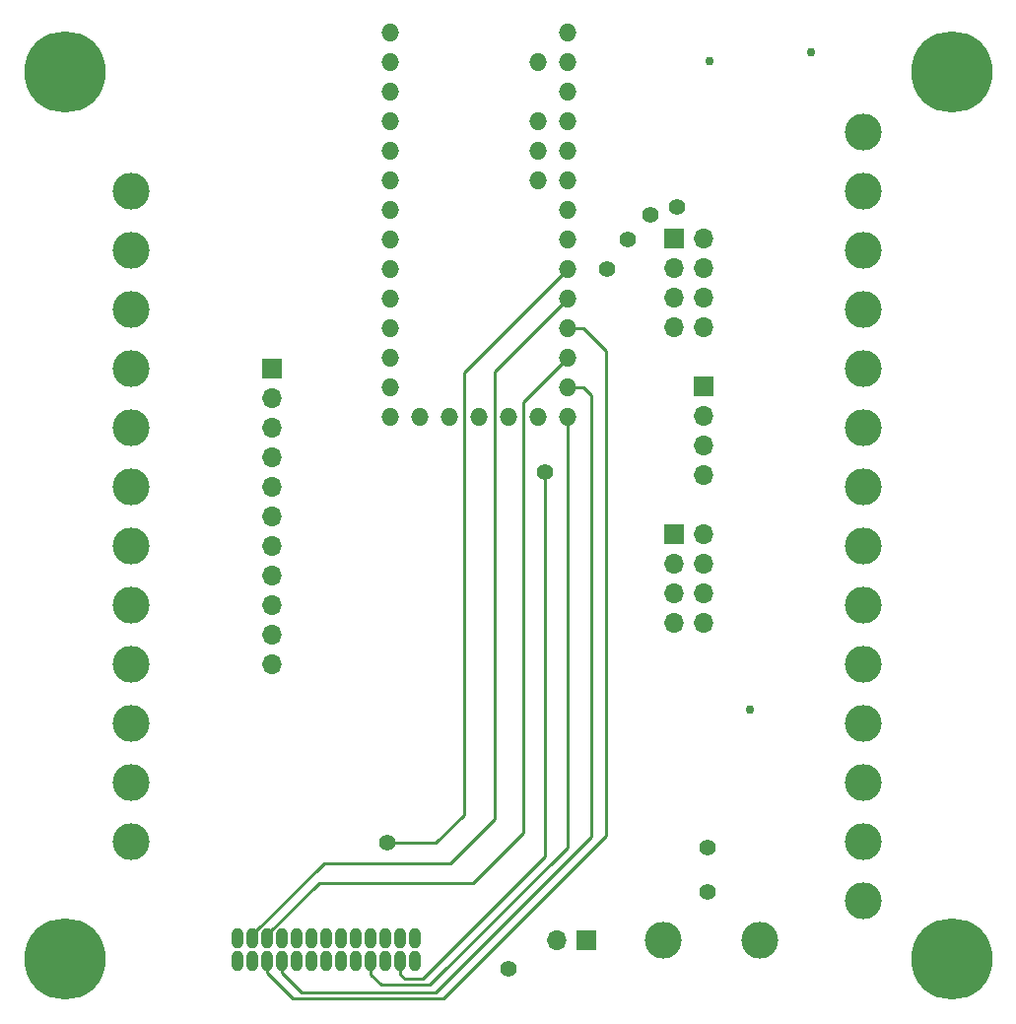
<source format=gbr>
G04 #@! TF.GenerationSoftware,KiCad,Pcbnew,(6.0.0)*
G04 #@! TF.CreationDate,2022-05-03T12:42:37-07:00*
G04 #@! TF.ProjectId,Teensy-Breakout-v3,5465656e-7379-42d4-9272-65616b6f7574,rev?*
G04 #@! TF.SameCoordinates,Original*
G04 #@! TF.FileFunction,Copper,L3,Inr*
G04 #@! TF.FilePolarity,Positive*
%FSLAX46Y46*%
G04 Gerber Fmt 4.6, Leading zero omitted, Abs format (unit mm)*
G04 Created by KiCad (PCBNEW (6.0.0)) date 2022-05-03 12:42:37*
%MOMM*%
%LPD*%
G01*
G04 APERTURE LIST*
G04 #@! TA.AperFunction,ComponentPad*
%ADD10C,3.175000*%
G04 #@! TD*
G04 #@! TA.AperFunction,ComponentPad*
%ADD11O,1.016000X1.778000*%
G04 #@! TD*
G04 #@! TA.AperFunction,ComponentPad*
%ADD12C,6.985000*%
G04 #@! TD*
G04 #@! TA.AperFunction,ComponentPad*
%ADD13O,1.524000X1.524000*%
G04 #@! TD*
G04 #@! TA.AperFunction,ComponentPad*
%ADD14O,1.700000X1.700000*%
G04 #@! TD*
G04 #@! TA.AperFunction,ComponentPad*
%ADD15R,1.700000X1.700000*%
G04 #@! TD*
G04 #@! TA.AperFunction,ViaPad*
%ADD16C,1.397000*%
G04 #@! TD*
G04 #@! TA.AperFunction,ViaPad*
%ADD17C,0.762000*%
G04 #@! TD*
G04 #@! TA.AperFunction,Conductor*
%ADD18C,0.254000*%
G04 #@! TD*
G04 APERTURE END LIST*
D10*
X151765000Y-123888500D03*
X151765000Y-83248500D03*
D11*
X98044000Y-139230100D03*
X98044000Y-137248900D03*
X99314000Y-139230100D03*
X99314000Y-137248900D03*
X100584000Y-139230100D03*
X100584000Y-137248900D03*
X101854000Y-139230100D03*
X101854000Y-137248900D03*
X103124000Y-139230100D03*
X103124000Y-137248900D03*
X104394000Y-139230100D03*
X104394000Y-137248900D03*
X105664000Y-139230100D03*
X105664000Y-137248900D03*
X106934000Y-139230100D03*
X106934000Y-137248900D03*
X108204000Y-139230100D03*
X108204000Y-137248900D03*
X109474000Y-139230100D03*
X109474000Y-137248900D03*
X110744000Y-139230100D03*
X110744000Y-137248900D03*
X112014000Y-139230100D03*
X112014000Y-137248900D03*
X113284000Y-139230100D03*
X113284000Y-137248900D03*
D12*
X83185000Y-139065000D03*
D10*
X134620000Y-137477500D03*
X142875000Y-137477500D03*
D13*
X123825000Y-72199500D03*
X123825000Y-69659500D03*
X123825000Y-67119500D03*
X123825000Y-62039500D03*
X126365000Y-59499500D03*
X126365000Y-62039500D03*
X126365000Y-64579500D03*
X126365000Y-67119500D03*
X126365000Y-69659500D03*
X126365000Y-72199500D03*
X126365000Y-74739500D03*
X126365000Y-77279500D03*
X126365000Y-79819500D03*
X126365000Y-82359500D03*
X126365000Y-84899500D03*
X126365000Y-87439500D03*
X126365000Y-89979500D03*
X126365000Y-92519500D03*
X123825000Y-92519500D03*
X121285000Y-92519500D03*
X118745000Y-92519500D03*
X116205000Y-92519500D03*
X113665000Y-92519500D03*
X111125000Y-92519500D03*
X111125000Y-89979500D03*
X111125000Y-87439500D03*
X111125000Y-84899500D03*
X111125000Y-82359500D03*
X111125000Y-79819500D03*
X111125000Y-77279500D03*
X111125000Y-74739500D03*
X111125000Y-72199500D03*
X111125000Y-69659500D03*
X111125000Y-67119500D03*
X111125000Y-64579500D03*
X111125000Y-62039500D03*
X111125000Y-59499500D03*
D10*
X151765000Y-113728500D03*
X151765000Y-108648500D03*
X151765000Y-103568500D03*
X151765000Y-98488500D03*
X151765000Y-93408500D03*
X151765000Y-88328500D03*
X151765000Y-118808500D03*
X88900000Y-123888500D03*
X88900000Y-118808500D03*
X88900000Y-113728500D03*
X88900000Y-108648500D03*
X88900000Y-103568500D03*
X88900000Y-98488500D03*
X88900000Y-93408500D03*
X88900000Y-88328500D03*
X88900000Y-83248500D03*
X88900000Y-78168500D03*
X88900000Y-128968500D03*
X151765000Y-68008500D03*
X88900000Y-73088500D03*
X151765000Y-78168500D03*
X151765000Y-73088500D03*
D12*
X83185000Y-62865000D03*
X159385000Y-139065000D03*
X159385000Y-62865000D03*
D10*
X151765000Y-134048500D03*
X151765000Y-128968500D03*
D14*
X138049000Y-84772500D03*
X135509000Y-84772500D03*
X138049000Y-82232500D03*
X135509000Y-82232500D03*
X138049000Y-79692500D03*
X135509000Y-79692500D03*
X138049000Y-77152500D03*
D15*
X135509000Y-77152500D03*
X135509000Y-102552500D03*
D14*
X138049000Y-102552500D03*
X135509000Y-105092500D03*
X138049000Y-105092500D03*
X135509000Y-107632500D03*
X138049000Y-107632500D03*
X135509000Y-110172500D03*
X138049000Y-110172500D03*
D15*
X138049000Y-89852500D03*
D14*
X138049000Y-92392500D03*
X138049000Y-94932500D03*
X138049000Y-97472500D03*
D15*
X100965000Y-88328500D03*
D14*
X100965000Y-90868500D03*
X100965000Y-93408500D03*
X100965000Y-95948500D03*
X100965000Y-98488500D03*
X100965000Y-101028500D03*
X100965000Y-103568500D03*
X100965000Y-106108500D03*
X100965000Y-108648500D03*
X100965000Y-111188500D03*
X100965000Y-113728500D03*
D15*
X128016000Y-137477500D03*
D14*
X125476000Y-137477500D03*
D16*
X110871000Y-129095500D03*
X121285000Y-139890500D03*
X138430000Y-133286500D03*
D17*
X142011400Y-117665500D03*
D16*
X138430000Y-129476500D03*
D17*
X138557000Y-61912500D03*
X147320000Y-61150500D03*
D16*
X135763000Y-74485500D03*
X131572000Y-77279500D03*
X124460000Y-97218500D03*
X129794000Y-79819500D03*
X133477000Y-75120500D03*
D18*
X105429607Y-130873500D02*
X99314000Y-136989107D01*
X99314000Y-136989107D02*
X99314000Y-137604500D01*
X120142000Y-127063500D02*
X116332000Y-130873500D01*
X126365000Y-82359500D02*
X120142000Y-88582500D01*
X120142000Y-88582500D02*
X120142000Y-127063500D01*
X116332000Y-130873500D02*
X105429607Y-130873500D01*
X117475000Y-88709500D02*
X126365000Y-79819500D01*
X117475000Y-126682500D02*
X117475000Y-88709500D01*
X115062000Y-129095500D02*
X117475000Y-126682500D01*
X110871000Y-129095500D02*
X115062000Y-129095500D01*
X113937000Y-140779500D02*
X113828000Y-140779500D01*
X124460000Y-130256500D02*
X113937000Y-140779500D01*
X124460000Y-97218500D02*
X124460000Y-130256500D01*
X129667000Y-86804500D02*
X129667000Y-128460500D01*
X115697000Y-142430500D02*
X115316000Y-142430500D01*
X127762000Y-84899500D02*
X129667000Y-86804500D01*
X129667000Y-128460500D02*
X115697000Y-142430500D01*
X126365000Y-84899500D02*
X127762000Y-84899500D01*
X127762000Y-89979500D02*
X126365000Y-89979500D01*
X128397000Y-90614500D02*
X127762000Y-89979500D01*
X114554000Y-141922500D02*
X115062000Y-141922500D01*
X115062000Y-141922500D02*
X128397000Y-128587500D01*
X128397000Y-128587500D02*
X128397000Y-90614500D01*
X126365000Y-129476500D02*
X126365000Y-92519500D01*
X114554000Y-141287500D02*
X126365000Y-129476500D01*
X113895000Y-141287500D02*
X114554000Y-141287500D01*
X118237000Y-132524500D02*
X105048607Y-132524500D01*
X105048607Y-132524500D02*
X100584000Y-136989107D01*
X100584000Y-136989107D02*
X100584000Y-137604500D01*
X122555000Y-128206500D02*
X118237000Y-132524500D01*
X122555000Y-91249500D02*
X122555000Y-128206500D01*
X126365000Y-87439500D02*
X122555000Y-91249500D01*
X112014000Y-140398500D02*
X112014000Y-138874500D01*
X113795000Y-140779500D02*
X112395000Y-140779500D01*
X112395000Y-140779500D02*
X112014000Y-140398500D01*
X100584000Y-140262043D02*
X100584000Y-138874500D01*
X115295000Y-142430500D02*
X102752457Y-142430500D01*
X102752457Y-142430500D02*
X100584000Y-140262043D01*
X103514457Y-141922500D02*
X114595000Y-141922500D01*
X101854000Y-138874500D02*
X101854000Y-140262043D01*
X101854000Y-140262043D02*
X103514457Y-141922500D01*
X109474000Y-140398500D02*
X110363000Y-141287500D01*
X110363000Y-141287500D02*
X113919000Y-141287500D01*
X109474000Y-138874500D02*
X109474000Y-140398500D01*
M02*

</source>
